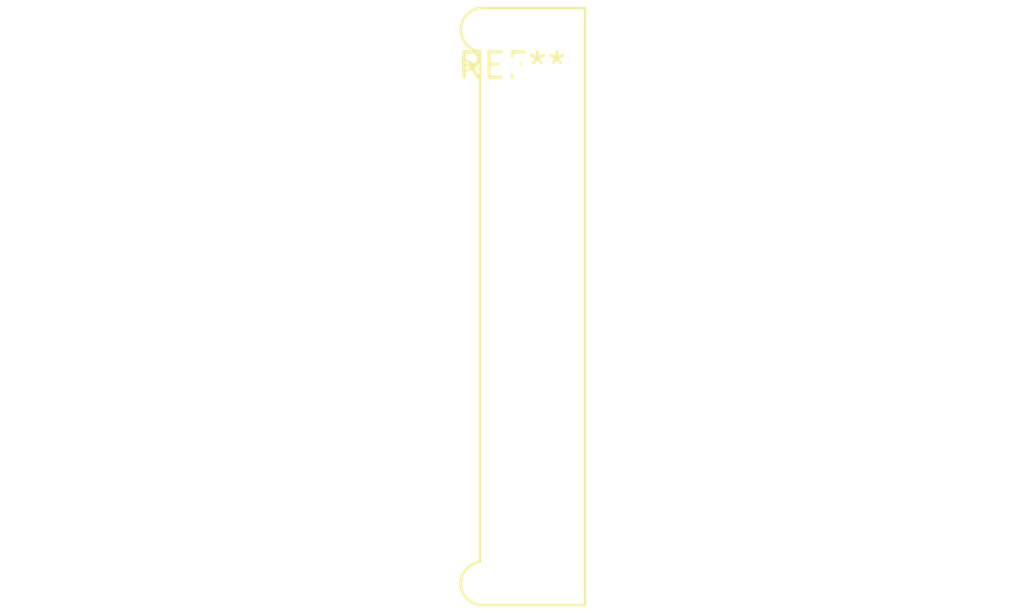
<source format=kicad_pcb>
(kicad_pcb (version 20240108) (generator pcbnew)
  (layers (0 "F.Cu" signal) (31 "B.Cu" signal) (34 "B.Paste" user) (35 "F.Paste" user) (36 "B.SilkS" user "B.Silkscreen") (37 "F.SilkS" user "F.Silkscreen") (38 "B.Mask" user) (39 "F.Mask" user) (44 "Edge.Cuts" user))
  (net 0 "")
  (footprint "Molex_Picoflex_90325-0020_2x10_P1.27mm_Vertical" (layer "F.Cu") (at 0 0)
    (property "Reference" "REF**")
    (property "Value" "Molex_Picoflex_90325-0020_2x10_P1.27mm_Vertical")
    (fp_line (start -2.38 -0.3) (end -2.38 0.3) (layer "F.SilkS") (stroke (width 0.12)))
    (fp_line (start -2.38 0.3) (end -1.78 0) (layer "F.SilkS") (stroke (width 0.12)))
    (fp_line (start -1.78 0) (end -2.38 -0.3) (layer "F.SilkS") (stroke (width 0.12)))
    (fp_line (start -1.61 -0.715) (end -1.61 24.845) (layer "F.SilkS") (stroke (width 0.12)))
    (fp_line (start -1.48 -2.885) (end 3.65 -2.885) (layer "F.SilkS") (stroke (width 0.12)))
    (fp_line (start 3.65 -2.885) (end 3.65 27.015) (layer "F.SilkS") (stroke (width 0.12)))
    (fp_line (start 3.65 27.015) (end -1.48 27.015) (layer "F.SilkS") (stroke (width 0.12)))
    (fp_arc (start -1.61 -0.72) (mid -2.56 -1.93) (end -1.35 -2.88) (layer "F.SilkS") (stroke (width 0.12)))
    (fp_arc (start -1.47 27.015) (mid -2.56 26.034526) (end -1.678256 24.86322) (layer "F.SilkS") (stroke (width 0.12)))
    (pad "" np_thru_hole circle (at -1.48 -1.8) (size 1.5 1.5) (drill 1.5) (layers *.Cu *.Mask))
    (pad "" np_thru_hole circle (at -1.48 25.93) (size 1.5 1.5) (drill 1.5) (layers *.Cu *.Mask))
    (pad "1" thru_hole roundrect (at 0 0) (size 1.8 1.3) (drill 0.8) (layers *.Cu *.Mask) (remove_unused_layers) (roundrect_rratio 0.192308))
    (pad "2" thru_hole oval (at 2.54 1.27) (size 1.8 1.3) (drill 0.8) (layers *.Cu *.Mask) (remove_unused_layers))
    (pad "3" thru_hole oval (at 0 2.54) (size 1.8 1.3) (drill 0.8) (layers *.Cu *.Mask) (remove_unused_layers))
    (pad "4" thru_hole oval (at 2.54 3.81) (size 1.8 1.3) (drill 0.8) (layers *.Cu *.Mask) (remove_unused_layers))
    (pad "5" thru_hole oval (at 0 5.08) (size 1.8 1.3) (drill 0.8) (layers *.Cu *.Mask) (remove_unused_layers))
    (pad "6" thru_hole oval (at 2.54 6.35) (size 1.8 1.3) (drill 0.8) (layers *.Cu *.Mask) (remove_unused_layers))
    (pad "7" thru_hole oval (at 0 7.62) (size 1.8 1.3) (drill 0.8) (layers *.Cu *.Mask) (remove_unused_layers))
    (pad "8" thru_hole oval (at 2.54 8.89) (size 1.8 1.3) (drill 0.8) (layers *.Cu *.Mask) (remove_unused_layers))
    (pad "9" thru_hole oval (at 0 10.16) (size 1.8 1.3) (drill 0.8) (layers *.Cu *.Mask) (remove_unused_layers))
    (pad "10" thru_hole oval (at 2.54 11.43) (size 1.8 1.3) (drill 0.8) (layers *.Cu *.Mask) (remove_unused_layers))
    (pad "11" thru_hole oval (at 0 12.7) (size 1.8 1.3) (drill 0.8) (layers *.Cu *.Mask) (remove_unused_layers))
    (pad "12" thru_hole oval (at 2.54 13.97) (size 1.8 1.3) (drill 0.8) (layers *.Cu *.Mask) (remove_unused_layers))
    (pad "13" thru_hole oval (at 0 15.24) (size 1.8 1.3) (drill 0.8) (layers *.Cu *.Mask) (remove_unused_layers))
    (pad "14" thru_hole oval (at 2.54 16.51) (size 1.8 1.3) (drill 0.8) (layers *.Cu *.Mask) (remove_unused_layers))
    (pad "15" thru_hole oval (at 0 17.78) (size 1.8 1.3) (drill 0.8) (layers *.Cu *.Mask) (remove_unused_layers))
    (pad "16" thru_hole oval (at 2.54 19.05) (size 1.8 1.3) (drill 0.8) (layers *.Cu *.Mask) (remove_unused_layers))
    (pad "17" thru_hole oval (at 0 20.32) (size 1.8 1.3) (drill 0.8) (layers *.Cu *.Mask) (remove_unused_layers))
    (pad "18" thru_hole oval (at 2.54 21.59) (size 1.8 1.3) (drill 0.8) (layers *.Cu *.Mask) (remove_unused_layers))
    (pad "19" thru_hole oval (at 0 22.86) (size 1.8 1.3) (drill 0.8) (layers *.Cu *.Mask) (remove_unused_layers))
    (pad "20" thru_hole oval (at 2.54 24.13) (size 1.8 1.3) (drill 0.8) (layers *.Cu *.Mask) (remove_unused_layers))
  )
)
</source>
